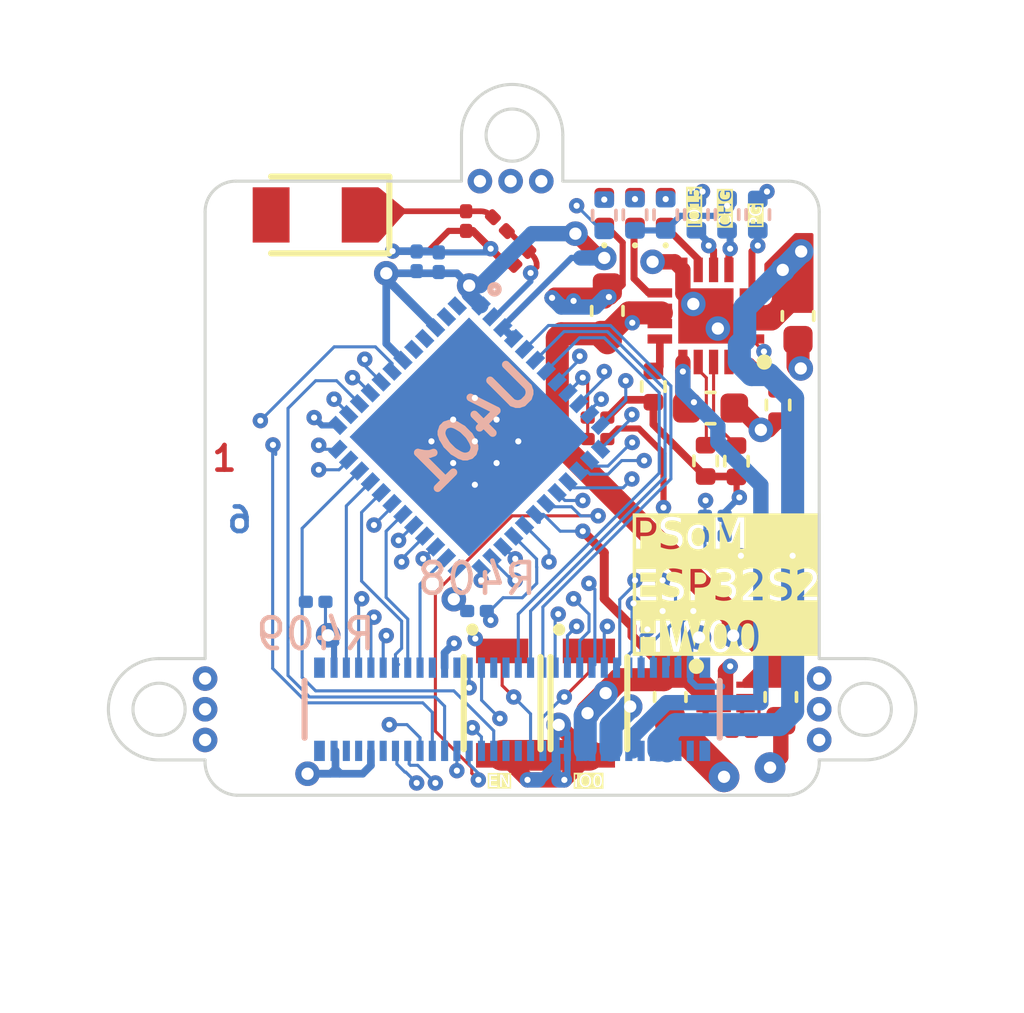
<source format=kicad_pcb>
(kicad_pcb (version 20240108) (generator "pcbnew") (generator_version "8.0")
  (layers (0 "F.Cu" signal) (1 "In1.Cu" power) (2 "In2.Cu" mixed) (3 "In3.Cu" mixed) (4 "In4.Cu" power) (31 "B.Cu" signal) (34 "B.Paste" user) (35 "F.Paste" user) (36 "B.SilkS" user "B.Silkscreen") (37 "F.SilkS" user "F.Silkscreen") (38 "B.Mask" user) (39 "F.Mask" user) (44 "Edge.Cuts" user))
  (net 0 "")
  (net 1 "/400_ESP32/ANT")
  (net 2 "/VBAT")
  (net 3 "GND")
  (net 4 "VBUS")
  (net 5 "/VSYS")
  (net 6 "+3V3")
  (net 7 "/400_ESP32/LAN_IN")
  (net 8 "IO25")
  (net 10 "SPI6")
  (net 11 "/100_Connectors/EN")
  (net 12 "/200_1S_Charger/BQ_PGOOD")
  (net 13 "/200_1S_Charger/LED_PG")
  (net 14 "/200_1S_Charger/BQ_CHG")
  (net 15 "/200_1S_Charger/LED_CHG")
  (net 16 "/400_ESP32/LED_NET")
  (net 17 "IO26")
  (net 20 "IO19")
  (net 21 "/100_Connectors/RX0")
  (net 22 "IO0")
  (net 23 "/100_Connectors/TX0")
  (net 24 "IO32")
  (net 25 "SPI0")
  (net 26 "IO2")
  (net 27 "SPI1")
  (net 28 "IO27")
  (net 29 "SPI2")
  (net 30 "IO4")
  (net 31 "SPI3")
  (net 32 "IO5")
  (net 33 "SPI4")
  (net 35 "SPI5")
  (net 36 "IO23")
  (net 39 "/100_Connectors/BATTERY_TEMP")
  (net 40 "IO9")
  (net 41 "IO22")
  (net 43 "IO34")
  (net 44 "IO12")
  (net 45 "IO35")
  (net 46 "IO13")
  (net 47 "IO36")
  (net 48 "IO14")
  (net 49 "IO37")
  (net 50 "IO15")
  (net 51 "IO38")
  (net 53 "IO39")
  (net 54 "unconnected-(J101-Pad33)")
  (net 56 "IO18")
  (net 58 "IO21")
  (net 60 "IO33")
  (net 61 "/200_1S_Charger/SYSOFF")
  (net 62 "/200_1S_Charger/TMR")
  (net 63 "/200_1S_Charger/ISET")
  (net 64 "/200_1S_Charger/ILIM")
  (net 65 "/200_1S_Charger/BQ_CE")
  (net 66 "/300_Power/PRIM_LDO_EN")
  (net 70 "/200_1S_Charger/EN1")
  (net 71 "/200_1S_Charger/EN2")
  (footprint "Capacitor_SMD:C_0201_0603Metric" (layer "F.Cu") (at 138.78 96.7)
    (property "Reference" "C405" (hide yes))
    (property "Value" "100n")
  )
  (footprint "Resistor_SMD:R_0402_1005Metric" (layer "F.Cu") (at 143.305785 98.121692 -90)
    (property "Reference" "R201" (hide yes))
    (property "Value" "0")
  )
  (footprint "Capacitor_SMD:C_0603_1608Metric" (layer "F.Cu") (at 141.15 105.8 -90)
    (property "Reference" "C302" (hide yes))
    (property "Value" "2u2")
  )
  (footprint "Component_lib:QFN50P300X300X100-17N-D" (layer "F.Cu") (at 142.31 93.39 180)
    (property "Reference" "U201" (hide yes))
    (property "Value" "BQ24075RGTR" (hide yes))
  )
  (footprint "Capacitor_SMD:C_0603_1608Metric" (layer "F.Cu") (at 145.31 93.39 -90)
    (property "Reference" "C201" (hide yes))
    (property "Value" "4u7")
  )
  (footprint "Capacitor_SMD:C_0603_1608Metric" (layer "F.Cu") (at 142.46 96.39)
    (property "Reference" "C202" (hide yes))
    (property "Value" "1u")
  )
  (footprint "Component_lib:SON40P120X120X60-7N-D" (layer "F.Cu") (at 142.95 105.8)
    (property "Reference" "U301" (hide yes))
    (property "Value" "MIC5528-3.3YMT-T5" (hide yes))
  )
  (footprint "Resistor_SMD:R_0402_1005Metric" (layer "F.Cu") (at 140.6 95.69 90)
    (property "Reference" "R204" (hide yes))
    (property "Value" "1k1")
  )
  (footprint "Inductor_SMD:L_0201_0603Metric" (layer "F.Cu") (at 135.6 90.4 -45)
    (property "Reference" "L401" (hide yes))
    (property "Value" "L")
  )
  (footprint "LED_SMD:LED_0402_1005Metric" (layer "F.Cu") (at 139 90 90)
    (property "Reference" "D401" (hide yes))
    (property "Value" "LED")
  )
  (footprint "LED_SMD:LED_0402_1005Metric" (layer "F.Cu") (at 141 90 90)
    (property "Reference" "D201" (hide yes))
    (property "Value" "LED")
  )
  (footprint "Capacitor_SMD:C_0603_1608Metric" (layer "F.Cu") (at 144.749999 105.8 -90)
    (property "Reference" "C301" (hide yes))
    (property "Value" "2u2")
  )
  (footprint "Capacitor_SMD:C_0201_0603Metric" (layer "F.Cu") (at 134.5 90.3 -90)
    (property "Reference" "C403" (hide yes))
    (property "Value" "C")
  )
  (footprint "Capacitor_SMD:C_0201_0603Metric" (layer "F.Cu") (at 136.3 91.5 -135)
    (property "Reference" "C404" (hide yes))
    (property "Value" "C")
  )
  (footprint "Resistor_SMD:R_0201_0603Metric" (layer "F.Cu") (at 143.477207 106.931371 180)
    (property "Reference" "R301" (hide yes))
    (property "Value" "0k")
  )
  (footprint "Component_lib:B3U-1000P" (layer "F.Cu") (at 135.674711 106 90)
    (property "Reference" "SW402" (hide yes))
    (property "Value" "SW_Push" (hide yes))
  )
  (footprint "Component_lib:B3U-1000P" (layer "F.Cu") (at 138.5 106 90)
    (property "Reference" "SW401" (hide yes))
    (property "Value" "SW_Push" (hide yes))
  )
  (footprint "LED_SMD:LED_0402_1005Metric" (layer "F.Cu") (at 140 90 90)
    (property "Reference" "D202" (hide yes))
    (property "Value" "LED")
  )
  (footprint "Resistor_SMD:R_0201_0603Metric" (layer "F.Cu") (at 138.78 97.4 180)
    (property "Reference" "R402" (hide yes))
    (property "Value" "10k")
  )
  (footprint "Component_lib:ANTC3216X140N" (layer "F.Cu") (at 129.6 90.1 180)
    (property "Reference" "ANT401" (hide yes))
    (property "Value" "2450AT18A100E" (hide yes))
  )
  (footprint "Resistor_SMD:R_0402_1005Metric" (layer "F.Cu") (at 142.3 98.11 -90)
    (property "Reference" "R202" (hide yes))
    (property "Value" "36k5")
  )
  (footprint "Capacitor_SMD:C_0603_1608Metric" (layer "F.Cu") (at 139.1 93.225 90)
    (property "Reference" "C203" (hide yes))
    (property "Value" "4u7")
  )
  (footprint "Resistor_SMD:R_0402_1005Metric" (layer "F.Cu") (at 144.66 96.29 -90)
    (property "Reference" "R203" (hide yes))
    (property "Value" "590")
  )
  (footprint "Resistor_SMD:R_0402_1005Metric" (layer "B.Cu") (at 144 90.09 90)
    (property "Reference" "R207" (hide yes))
    (property "Value" "100k")
  )
  (footprint "Resistor_SMD:R_0402_1005Metric" (layer "B.Cu") (at 141 90.094999 90)
    (property "Reference" "R205" (hide yes))
    (property "Value" "1k5")
  )
  (footprint "Capacitor_SMD:C_0201_0603Metric" (layer "B.Cu") (at 132.89 91.61 90)
    (property "Reference" "C402" (hide yes))
    (property "Value" "100n")
  )
  (footprint "Capacitor_SMD:C_0201_0603Metric" (layer "B.Cu") (at 142.6 99.9)
    (property "Reference" "C101" (hide yes))
    (property "Value" "100n")
  )
  (footprint "Resistor_SMD:R_0402_1005Metric" (layer "B.Cu") (at 140 90.094999 90)
    (property "Reference" "R206" (hide yes))
    (property "Value" "1k5")
  )
  (footprint "Resistor_SMD:R_0201_0603Metric" (layer "B.Cu") (at 142.6 100.55)
    (property "Reference" "R104" (hide yes))
    (property "Value" "470k")
  )
  (footprint "Capacitor_SMD:C_0201_0603Metric" (layer "B.Cu") (at 133.61 91.64 90)
    (property "Reference" "C401" (hide yes))
    (property "Value" "10u")
  )
  (footprint "Resistor_SMD:R_0402_1005Metric" (layer "B.Cu") (at 143 90.09 90)
    (property "Reference" "R2" (hide yes))
    (property "Value" "R")
  )
  (footprint "Resistor_SMD:R_0201_0603Metric" (layer "B.Cu") (at 129.6 102.7)
    (property "Reference" "R409")
    (property "Value" "nu")
  )
  (footprint "Resistor_SMD:R_0201_0603Metric" (layer "B.Cu") (at 142.6 101.2 180)
    (property "Reference" "R103" (hide yes))
    (property "Value" "220k")
  )
  (footprint "Resistor_SMD:R_0201_0603Metric" (layer "B.Cu") (at 134.855 103 180)
    (property "Reference" "R408")
    (property "Value" "nu")
  )
  (footprint "Resistor_SMD:R_0402_1005Metric" (layer "B.Cu") (at 139 90.11 90)
    (property "Reference" "R401" (hide yes))
    (property "Value" "2k")
  )
  (footprint "Component_lib:DF40C-60DP-0.4V(51)" (layer "B.Cu") (at 136 106.2 180)
    (property "Reference" "J101" (hide yes))
    (property "Value" "DF40C-60DP-0.4V(51)" (hide yes))
  )
  (footprint "Components_NdG:ESP32-PICO-D4_1" (layer "B.Cu") (at 134.6 97.343324 -135)
    (property "Reference" "U401")
    (property "Value" "ESP32-PICO-D4" (hide yes))
  )
  (footprint "Resistor_SMD:R_0402_1005Metric" (layer "B.Cu") (at 142 90.09 90)
    (property "Reference" "R1" (hide yes))
    (property "Value" "R")
  )
  (gr_line (start 145 89) (end 137.65 89) (stroke (width 0.1)) (layer "Edge.Cuts"))
  (gr_line (start 124.5 104.55) (end 126 104.55) (stroke (width 0.1)) (layer "Edge.Cuts"))
  (gr_arc (start 145 89) (mid 145.707106 89.292893) (end 146 90) (stroke (width 0.1)) (layer "Edge.Cuts"))
  (gr_arc (start 134.35 87.5) (mid 136 85.85) (end 137.65 87.5) (stroke (width 0.1)) (layer "Edge.Cuts"))
  (gr_arc (start 124.5 107.85) (mid 122.85 106.2) (end 124.5 104.55) (stroke (width 0.1)) (layer "Edge.Cuts"))
  (gr_arc (start 146 107.85) (mid 145.738173 108.632107) (end 145 109) (stroke (width 0.1)) (layer "Edge.Cuts"))
  (gr_circle (center 124.5 106.2) (end 125.35 106.2) (stroke (width 0.1)) (fill none) (layer "Edge.Cuts"))
  (gr_line (start 147.5 104.55) (end 146 104.55) (stroke (width 0.1)) (layer "Edge.Cuts"))
  (gr_line (start 134.35 89) (end 127 89) (stroke (width 0.1)) (layer "Edge.Cuts"))
  (gr_circle (center 147.5 106.2) (end 148.35 106.2) (stroke (width 0.1)) (fill none) (layer "Edge.Cuts"))
  (gr_line (start 146 90) (end 146 104.55) (stroke (width 0.1)) (layer "Edge.Cuts"))
  (gr_line (start 126 104.55) (end 126 90) (stroke (width 0.1)) (layer "Edge.Cuts"))
  (gr_line (start 134.35 87.5) (end 134.35 89) (stroke (width 0.1)) (layer "Edge.Cuts"))
  (gr_line (start 146 107.85) (end 147.5 107.85) (stroke (width 0.1)) (layer "Edge.Cuts"))
  (gr_circle (center 136 87.5) (end 136.85 87.5) (stroke (width 0.1)) (fill none) (layer "Edge.Cuts"))
  (gr_arc (start 127.026853 109) (mid 126.275244 108.637676) (end 126 107.85) (stroke (width 0.1)) (layer "Edge.Cuts"))
  (gr_line (start 145 109) (end 127.026853 109) (stroke (width 0.1)) (layer "Edge.Cuts"))
  (gr_line (start 137.65 87.5) (end 137.65 89) (stroke (width 0.1)) (layer "Edge.Cuts"))
  (gr_arc (start 126 90) (mid 126.292893 89.292894) (end 127 89) (stroke (width 0.1)) (layer "Edge.Cuts"))
  (gr_line (start 124.5 107.85) (end 126 107.85) (stroke (width 0.1)) (layer "Edge.Cuts"))
  (gr_arc (start 147.5 104.55) (mid 149.15 106.2) (end 147.5 107.85) (stroke (width 0.1)) (layer "Edge.Cuts"))
  (gr_text "1" (at 126.15 98.5 0) (layer "F.Cu") (effects (font (size 0.8 0.8) (thickness 0.15) (bold yes)) (justify left bottom)))
  (gr_text "6" (at 127.6 100.5 0) (layer "B.Cu") (effects (font (size 0.8 0.8) (thickness 0.15) (bold yes)) (justify left bottom mirror)))
  (gr_text "EN" (at 135.2 108.8 0) (layer "F.SilkS" knockout) (effects (font (size 0.4 0.4) (thickness 0.1)) (justify left bottom)))
  (gr_text "IO0" (at 138 108.8 0) (layer "F.SilkS" knockout) (effects (font (size 0.4 0.4) (thickness 0.1)) (justify left bottom)))
  (gr_text "CHG" (at 143.2 90.5 90) (layer "F.SilkS" knockout) (effects (font (size 0.4 0.4) (thickness 0.1)) (justify left bottom)))
  (gr_text "IO15" (at 142.2 90.5 90) (layer "F.SilkS" knockout) (effects (font (size 0.4 0.4) (thickness 0.1)) (justify left bottom)))
  (gr_text "PSoM\nESP32S2\nHW00" (at 139.9 104.5 0) (layer "F.SilkS" knockout) (effects (font (size 1 1)) (justify left bottom)))
  (gr_text "PG " (at 144.2 90.5 90) (layer "F.SilkS" knockout) (effects (font (size 0.4 0.4) (thickness 0.1)) (justify left bottom)))
  (segment (start 131.17 89.98) (end 131.05 90.1) (width 0.185) (layer "F.Cu") (net 1))
  (segment (start 134.5 89.98) (end 131.17 89.98) (width 0.185) (layer "F.Cu") (net 1))
  (segment (start 135.326447 90.126447) (end 135.373726 90.173726) (width 0.185) (layer "F.Cu") (net 1))
  (segment (start 134.5 89.98) (end 134.972893 89.98) (width 0.185) (layer "F.Cu") (net 1))
  (arc (start 135.326447 90.126447) (mid 135.164235 90.01806) (end 134.972893 89.98) (width 0.185) (layer "F.Cu") (net 1))
  (segment (start 145.31 92.615) (end 144.435 93.49) (width 0.75) (layer "F.Cu") (net 2))
  (segment (start 144.435 93.49) (end 143.86 93.49) (width 0.75) (layer "F.Cu") (net 2))
  (segment (start 143.45 101.2) (end 145.135 101.2) (width 0.1) (layer "F.Cu") (net 2))
  (via (at 145.135 101.2) (size 0.5) (drill 0.2) (layers "F.Cu" "B.Cu") (net 2))
  (via (at 144.813147 91.89) (size 0.8) (drill 0.4) (layers "F.Cu" "B.Cu") (net 2))
  (via (at 143.45 101.2) (size 0.5) (drill 0.2) (layers "F.Cu" "B.Cu") (net 2))
  (via (at 145.413147 91.29) (size 0.8) (drill 0.4) (layers "F.Cu" "B.Cu") (net 2))
  (segment (start 143.575 93.128147) (end 144.813147 91.89) (width 0.75) (layer "B.Cu") (net 2))
  (segment (start 145.413147 91.29) (end 144.813147 91.89) (width 0.75) (layer "B.Cu") (net 2))
  (segment (start 145.135 106.265) (end 145.135 101.2) (width 0.75) (layer "B.Cu") (net 2))
  (segment (start 141.326853 106.7) (end 141.046853 106.98) (width 0.75) (layer "B.Cu") (net 2))
  (segment (start 145.135 101.2) (end 145.135 96.072437) (width 0.75) (layer "B.Cu") (net 2))
  (segment (start 143.4 94.9) (end 143.4 94.324695) (width 0.75) (layer "B.Cu") (net 2))
  (segment (start 144.7 106.7) (end 145.135 106.265) (width 0.75) (layer "B.Cu") (net 2))
  (segment (start 145.135 96.072437) (end 144.362563 95.3) (width 0.75) (layer "B.Cu") (net 2))
  (segment (start 142.92 101.2) (end 143.45 101.2) (width 0.1) (layer "B.Cu") (net 2))
  (segment (start 141.046853 107.555) (end 141.046853 106.98) (width 0.75) (layer "B.Cu") (net 2))
  (segment (start 140.78 107.246853) (end 140.78 107.53) (width 0.75) (layer "B.Cu") (net 2))
  (segment (start 143.575 94.149695) (end 143.575 93.128147) (width 0.75) (layer "B.Cu") (net 2))
  (segment (start 141.326853 106.7) (end 144.7 106.7) (width 0.75) (layer "B.Cu") (net 2))
  (segment (start 145.135 91.568147) (end 145.413147 91.29) (width 0.75) (layer "B.Cu") (net 2))
  (segment (start 143.8 95.3) (end 143.4 94.9) (width 0.75) (layer "B.Cu") (net 2))
  (segment (start 143.4 94.324695) (end 143.575 94.149695) (width 0.75) (layer "B.Cu") (net 2))
  (segment (start 141.046853 106.98) (end 140.78 107.246853) (width 0.75) (layer "B.Cu") (net 2))
  (segment (start 144.362563 95.3) (end 143.8 95.3) (width 0.75) (layer "B.Cu") (net 2))
  (segment (start 136.073726 91.726274) (end 135.826274 91.726274) (width 0.25) (layer "F.Cu") (net 3))
  (segment (start 140.6 96.92) (end 140.6 96.2) (width 0.25) (layer "F.Cu") (net 3))
  (segment (start 134.5 90.62) (end 134.72 90.62) (width 0.25) (layer "F.Cu") (net 3))
  (segment (start 142.3 106.2) (end 142.8 106.2) (width 0.2) (layer "F.Cu") (net 3))
  (segment (start 138.5 107.7) (end 138.5 107.56286) (width 0.2) (layer "F.Cu") (net 3))
  (segment (start 139.6 92.375) (end 139.26 92.715) (width 0.2) (layer "F.Cu") (net 3))
  (segment (start 136.5 108.5) (end 137.7 108.5) (width 0.5) (layer "F.Cu") (net 3))
  (segment (start 141.56 91.89) (end 141.56 92.66) (width 0.5) (layer "F.Cu") (net 3))
  (segment (start 139.085 90.485) (end 139.6 91) (width 0.2) (layer "F.Cu") (net 3))
  (segment (start 142.95 104.95) (end 143.1 104.8) (width 0.5) (layer "F.Cu") (net 3))
  (segment (start 139.150469 92.773439) (end 139.201561 92.773439) (width 0.5) (layer "F.Cu") (net 3))
  (segment (start 134.5 90.62) (end 133.93 90.62) (width 0.2) (layer "F.Cu") (net 3))
  (segment (start 142.3 98.62) (end 143.294093 98.62) (width 0.25) (layer "F.Cu") (net 3))
  (segment (start 135.674711 107.7) (end 138.5 107.7) (width 1) (layer "F.Cu") (net 3))
  (segment (start 142.045 107.545) (end 142.9 108.4) (width 1) (layer "F.Cu") (net 3))
  (segment (start 137.5155 106.7155) (end 138.5 107.7) (width 0.5) (layer "F.Cu") (net 3))
  (segment (start 137.4 92.9) (end 138 92.9) (width 0.5) (layer "F.Cu") (net 3))
  (segment (start 142.95 105.8) (end 142.95 104.95) (width 0.5) (layer "F.Cu") (net 3))
  (segment (start 144.749999 107.750001) (end 144.4 108.1) (width 0.5) (layer "F.Cu") (net 3))
  (segment (start 144.749999 106.575) (end 144.749999 107.750001) (width 0.5) (layer "F.Cu") (net 3))
  (segment (start 141.15 106.65) (end 141.86 107.36) (width 1) (layer "F.Cu") (net 3))
  (segment (start 139.150469 92.773439) (end 139.023908 92.9) (width 0.5) (layer "F.Cu") (net 3))
  (segment (start 142.3 98.62) (end 140.6 96.92) (width 0.25) (layer "F.Cu") (net 3))
  (segment (start 134.72 90.62) (end 135.3 91.2) (width 0.25) (layer "F.Cu") (net 3))
  (segment (start 137.3 92.8) (end 137.385 92.715) (width 0.5) (layer "F.Cu") (net 3))
  (segment (start 140.521 96.121) (end 140.6 96.2) (width 0.25) (layer "F.Cu") (net 3))
  (segment (start 138.5 107.56286) (end 137.635463 106.698323) (width 0.2) (layer "F.Cu") (net 3))
  (segment (start 143.294093 98.62) (end 143.305785 98.631692) (width 0.25) (layer "F.Cu") (net 3))
  (segment (start 139.201561 92.773439) (end 139.26 92.715) (width 0.5) (layer "F.Cu") (net 3))
  (segment (start 144.36 97.1) (end 144.66 96.8) (width 0.5) (layer "F.Cu") (net 3))
  (segment (start 142.95 106.05) (end 142.95 105.8) (width 0.2) (layer "F.Cu") (net 3))
  (segment (start 139.1 96.7) (end 139.679 96.121) (width 0.25) (layer "F.Cu") (net 3))
  (segment (start 141.86 107.36) (end 142.045 107.545) (width 1) (layer "F.Cu") (net 3))
  (segment (start 135.7 107.7) (end 136.5 108.5) (width 0.5) (layer "F.Cu") (net 3))
  (segment (start 145.31 94.165) (end 145.31 95.01) (width 0.75) (layer "F.Cu") (net 3))
  (segment (start 141.15 106.575) (end 141.15 106.65) (width 1) (layer "F.Cu") (net 3))
  (segment (start 141.296739 91.626739) (end 141.56 91.89) (width 0.5) (layer "F.Cu") (net 3))
  (segment (start 135.826274 91.726274) (end 135.3 91.2) (width 0.25) (layer "F.Cu") (net 3))
  (segment (start 143.235 96.39) (end 143.39 96.39) (width 0.5) (layer "F.Cu") (net 3))
  (segment (start 143.31 99.21) (end 143.4 99.3) (width 0.2) (layer "F.Cu") (net 3))
  (segment (start 133.270665 91.279335) (end 132.105904 91.279335) (width 0.2) (layer "F.Cu") (net 3))
  (segment (start 140.6 96.471343) (end 140.6 96.2) (width 0.1) (layer "F.Cu") (net 3))
  (segment (start 143.39 96.39) (end 144.1 97.1) (width 0.5) (layer "F.Cu") (net 3))
  (segment (start 137.3 92.8) (end 137.4 92.9) (width 0.5) (layer "F.Cu") (net 3))
  (segment (start 140.573261 91.626739) (end 141.296739 91.626739) (width 0.5) (layer "F.Cu") (net 3))
  (segment (start 133.93 90.62) (end 133.270665 91.279335) (width 0.2) (layer "F.Cu") (net 3))
  (segment (start 139.679 96.121) (end 140.521 96.121) (width 0.25) (layer "F.Cu") (net 3))
  (segment (start 142.8 106.2) (end 142.95 106.05) (width 0.2) (layer "F.Cu") (net 3))
  (segment (start 142.055 107.545) (end 142.045 107.545) (width 0.2) (layer "F.Cu") (net 3))
  (segment (start 139 90.485) (end 139.085 90.485) (width 0.2) (layer "F.Cu") (net 3))
  (segment (start 139.023908 92.9) (end 138 92.9) (width 0.5) (layer "F.Cu") (net 3))
  (segment (start 142.3 106.2) (end 142.3 106.92) (width 0.2) (layer "F.Cu") (net 3))
  (segment (start 139.6 91) (end 139.6 92.375) (width 0.2) (layer "F.Cu") (net 3))
  (segment (start 143.309999 98.9) (end 143.31 98.900001) (width 0.2) (layer "F.Cu") (net 3))
  (segment (start 144.1 97.1) (end 144.36 97.1) (width 0.5) (layer "F.Cu") (net 3))
  (segment (start 135.674711 107.7) (end 135.7 107.7) (width 0.5) (layer "F.Cu") (net 3))
  (segment (start 138.5 107.7) (end 137.7 108.5) (width 0.5) (layer "F.Cu") (net 3))
  (segment (start 137.385 92.715) (end 139.26 92.715) (width 0.5) (layer "F.Cu") (net 3))
  (segment (start 137.5155 106.708323) (end 137.5155 106.7155) (width 0.5) (layer "F.Cu") (net 3))
  (segment (start 141.56 92.66) (end 141.9 93) (width 0.5) (layer "F.Cu") (net 3))
  (segment (start 145.31 95.01) (end 145.4 95.1) (width 0.75) (layer "F.Cu") (net 3))
  (segment (start 143.31 98.900001) (end 143.31 99.21) (width 0.2) (layer "F.Cu") (net 3))
  (segment (start 142.3 106.92) (end 141.86 107.36) (width 0.2) (layer "F.Cu") (net 3))
  (via (at 134.11 104.05) (size 0.5) (drill 0.2) (layers "F.Cu" "B.Cu") (net 3))
  (via (at 146 107.2) (size 0.8) (drill 0.4) (layers "F.Cu" "B.Cu") (net 3))
  (via (at 135.3 91.2) (size 0.5) (drill 0.2) (layers "F.Cu" "B.Cu") (net 3))
  (via (at 146 105.2) (size 0.8) (drill 0.4) (layers "F.Cu" "B.Cu") (net 3))
  (via (at 144.3 89.3395) (size 0.5) (drill 0.2) (layers "F.Cu" "B.Cu") (net 3))
  (via (at 134.95 89) (size 0.8) (drill 0.4) (layers "F.Cu" "B.Cu") (net 3))
  (via (at 134.785786 98.88769) (size 0.5) (drill 0.2) (layers "F.Cu" "B.Cu") (net 3))
  (via (at 136.2 97.473476) (size 0.5) (drill 0.2) (layers "F.Cu" "B.Cu") (net 3))
  (via (at 134.785786 96.059263) (size 0.5) (drill 0.2) (layers "F.Cu" "B.Cu") (net 3))
  (via (at 134.07868 98.180583) (size 0.5) (drill 0.2) (layers "F.Cu" "B.Cu") (net 3))
  (via (at 130.007353 103.79) (size 0.8) (drill 0.4) (layers "F.Cu" "B.Cu") (net 3))
  (via (at 132.105904 91.279335) (size 0.5) (drill 0.2) (layers "F.Cu" "B.Cu") (net 3))
  (via (at 137.3 92.8) (size 0.5) (drill 0.2) (layers "F.Cu" "B.Cu") (net 3))
  (via (at 145.4 95.1) (size 0.8) (drill 0.4) (layers "F.Cu" "B.Cu") (net 3))
  (via (at 137.7 108.5) (size 0.5) (drill 0.2) (layers "F.Cu" "B.Cu") (net 3))
  (via (at 135.492893 96.76637) (size 0.5) (drill 0.2) (layers "F.Cu" "B.Cu") (net 3))
  (via (at 146 106.2) (size 0.8) (drill 0.4) (layers "F.Cu" "B.Cu") (net 3))
  (via (at 134.1 102.614828) (size 0.8) (drill 0.4) (layers "F.Cu" "B.Cu") (net 3))
  (via (at 133.371573 97.473476) (size 0.5) (drill 0.2) (layers "F.Cu" "B.Cu") (net 3))
  (via (at 126 105.2) (size 0.8) (drill 0.4) (layers "F.Cu" "B.Cu") (net 3))
  (via (at 134.785786 97.473476) (size 0.5) (drill 0.2) (layers "F.Cu" "B.Cu") (net 3))
  (via (at 137.5155 106.708323) (size 0.8) (drill 0.4) (layers "F.Cu" "B.Cu") (net 3))
  (via (at 142.086353 103.86) (size 0.8) (drill 0.4) (layers "F.Cu" "B.Cu") (net 3))
  (via (at 144.1 97.1) (size 0.8) (drill 0.4) (layers "F.Cu" "B.Cu") (net 3))
  (via (at 126 106.200001) (size 0.8) (drill 0.4) (layers "F.Cu" "B.Cu") (net 3))
  (via (at 143.1 104.8) (size 0.5) (drill 0.2) (layers "F.Cu" "B.Cu") (net 3))
  (via (at 129.336223 108.299347) (size 0.8) (drill 0.4) (layers "F.Cu" "B.Cu") (net 3))
  (via (at 126 107.2) (size 0.8) (drill 0.4) (layers "F.Cu" "B.Cu") (net 3))
  (via (at 144.4 108.1) (size 1) (drill 0.4) (layers "F.Cu" "B.Cu") (net 3))
  (via (at 142.2 89.3395) (size 0.5) (drill 0.2) (layers "F.Cu" "B.Cu") (net 3))
  (via (at 142.7 93.8) (size 0.8) (drill 0.4) (layers "F.Cu" "B.Cu") (net 3))
  (via (at 136.5 108.5) (size 0.5) (drill 0.2) (layers "F.Cu" "B.Cu") (net 3))
  (via (at 141.9 93) (size 0.8) (drill 0.4) (layers "F.Cu" "B.Cu") (net 3))
  (via (at 139.150469 92.773439) (size 0.5) (drill 0.2) (layers "F.Cu" "B.Cu") (net 3))
  (via (at 136.95 89) (size 0.8) (drill 0.4) (layers "F.Cu" "B.Cu") (net 3))
  (via (at 135.95 89) (size 0.8) (drill 0.4) (layers "F.Cu" "B.Cu") (net 3))
  (via (at 142.9 108.4) (size 1) (drill 0.4) (layers "F.Cu" "B.Cu") (net 3))
  (via (at 135.492893 98.180583) (size 0.5) (drill 0.2) (layers "F.Cu" "B.Cu") (net 3))
  (via (at 143.4 99.3) (size 0.5) (drill 0.2) (layers "F.Cu" "B.Cu") (net 3))
  (via (at 134.07868 96.76637) (size 0.5) (drill 0.2) (layers "F.Cu" "B.Cu") (net 3))
  (via (at 140.573261 91.626739) (size 0.8) (drill 0.4) (layers "F.Cu" "B.Cu") (net 3))
  (via (at 138 92.9) (size 0.5) (drill 0.2) (layers "F.Cu" "B.Cu") (net 3))
  (segment (start 130.2 103.982647) (end 130.007353 103.79) (width 0.2) (layer "B.Cu") (net 3))
  (segment (start 137.446853 108.246853) (end 137.7 108.5) (width 0.25) (layer "B.Cu") (net 3))
  (segment (start 133.569999 91.279999) (end 133.61 91.32) (width 0.2) (layer "B.Cu") (net 3))
  (segment (start 134.597818 100.511094) (end 134.138906 100.511094) (width 0.25) (layer "B.Cu") (net 3))
  (segment (start 134.11 104.05) (end 133.8 104.36) (width 0.25) (layer "B.Cu") (net 3))
  (segment (start 130.246853 104.0295) (end 130.007353 103.79) (width 0.25) (layer "B.Cu") (net 3))
  (segment (start 142.005 105.46) (end 142.84 105.46) (width 0.2) (layer "B.Cu") (net 3))
  (segment (start 141.8 105.255) (end 141.8 104.845) (width 0.2) (layer "B.Cu") (net 3))
  (segment (start 130.38 108.268147) (end 130.38 108.299347) (width 0.25) (layer "B.Cu") (net 3))
  (segment (start 130.38 108.299347) (end 131.130653 108.299347) (width 0.25) (layer "B.Cu") (net 3))
  (segment (start 141.8 105.255) (end 142.005 105.46) (width 0.2) (layer "B.Cu") (net 3))
  (segment (start 131.130653 108.299347) (end 131.4 108.03) (width 0.25) (layer "B.Cu") (net 3))
  (segment (start 133.25 91.279999) (end 132.106568 91.279999) (width 0.25) (layer "B.Cu") (net 3))
  (segment (start 133.25 91.279999) (end 133.569999 91.279999) (width 0.2) (layer "B.Cu") (net 3))
  (segment (start 139.024485 92.773439) (end 139.150469 92.773439) (width 0.5) (layer "B.Cu") (net 3))
  (segment (start 137.8 107.555) (end 137.8 106.992823) (width 0.2) (layer "B.Cu") (net 3))
  (segment (start 136.846853 108.5) (end 136.5 108.5) (width 0.5) (layer "B.Cu") (net 3))
  (segment (start 133.61 91.32) (end 135.18 91.32) (width 0.2) (layer "B.Cu") (net 3))
  (segment (start 130.246853 108.135) (end 130.38 108.268147) (width 0.25) (layer "B.Cu") (net 3))
  (segment (start 141.8 104.845) (end 141.8 104.146353) (width 0.2) (layer "B.Cu") (net 3))
  (segment (start 130.246853 107.555) (end 130.246853 108.135) (width 0.25) (layer "B.Cu") (net 3))
  (segment (start 136.976853 108.5) (end 136.5 108.5) (width 0.25) (layer "B.Cu") (net 3))
  (segment (start 138.698962 93.098962) (end 138.198962 93.098962) (width 0.25) (layer "B.Cu") (net 3))
  (segment (start 131.4 108.03) (end 131.4 107.555) (width 0.25) (layer "B.Cu") (net 3))
  (segment (start 132.106569 91.28) (end 132.105904 91.279335) (width 0.2) (layer "B.Cu") (net 3))
  (segment (start 137.446853 107.555) (end 137.446853 106.77697) (width 0.2) (layer "B.Cu") (net 3))
  (segment (start 130.246853 108.135) (end 130.082506 108.299347) (width 0.25) (layer "B.Cu") (net 3))
  (segment (start 142 89.5395) (end 142.2 89.3395) (width 0.25) (layer "B.Cu") (net 3))
  (segment (start 130.082506 108.299347) (end 129.336223 108.299347) (width 0.25) (layer "B.Cu") (net 3))
  (segment (start 137.8 107.555) (end 137.8 108.4) (width 0.2) (layer "B.Cu") (net 3))
  (segment (start 142 89.58) (end 142 89.5395) (width 0.25) (layer "B.Cu") (net 3))
  (segment (start 142.92 99.9) (end 142.92 99.78) (width 0.2) (layer "B.Cu") (net 3))
  (segment (start 137.8 107.555) (end 137.446853 107.555) (width 0.2) (layer "B.Cu") (net 3))
  (segment (start 133.8 104.36) (end 133.8 104.845) (width 0.25) (layer "B.Cu") (net 3))
  (segment (start 132.92 91.32) (end 132.89 91.29) (width 0.2) (layer "B.Cu") (net 3))
  (segment (start 137.3 92.8) (end 137.370425 92.870425) (width 0.5) (layer "B.Cu") (net 3))
  (segment (start 142.92 100.55) (end 142.92 99.9) (width 0.2) (layer "B.Cu") (net 3))
  (segment (start 137.446853 107.9) (end 136.846853 108.5) (width 0.2) (layer "B.Cu") (net 3))
  (segment (start 132.6 91.28) (end 133.249999 91.28) (width 0.2) (layer "B.Cu") (net 3))
  (segment (start 137.446853 107.555) (end 137.446853 108.03) (width 0.25) (layer "B.Cu") (net 3))
  (segment (start 135.18 91.32) (end 135.3 91.2) (width 0.2) (layer "B.Cu") (net 3))
  (segment (start 144 89.58) (end 144.0595 89.58) (width 0.25) (layer "B.Cu") (net 3))
  (segment (start 138.698962 93.098962) (end 139.024485 92.773439) (width 0.5) (layer "B.Cu") (net 3))
  (segment (start 138.698962 93.098962) (end 137.598962 93.098962) (width 0.5) (layer "B.Cu") (net 3))
  (segment (start 137.8 108.4) (end 137.7 108.5) (width 0.2) (layer "B.Cu") (net 3))
  (segment (start 137.7 108.5) (end 137.525853 108.5) (width 0.5) (layer "B.Cu") (net 3))
  (segment (start 137.446853 107.555) (end 137.446853 107.9) (width 0.2) (layer "B.Cu") (net 3))
  (segment (start 130.2 104.845) (end 130.2 103.982647) (width 0.2) (layer "B.Cu") (net 3))
  (segment (start 132.6 91.28) (end 132.106569 91.28) (width 0.2) (layer "B.Cu") (net 3))
  (segment (start 137.446853 108.03) (end 136.976853 108.5) (width 0.25) (layer "B.Cu") (net 3))
  (segment (start 130.246853 108.135) (end 130.231592 108.150261) (width 0.25) (layer "B.Cu") (net 3))
  (segment (start 129.92 102.7) (end 129.92 103.702647) (width 0.1) (layer "B.Cu") (net 3))
  (segment (start 132.106568 91.279999) (end 132.105904 91.279335) (width 0.25) (layer "B.Cu") (net 3))
  (segment (start 142.92 99.78) (end 143.4 99.3) (width 0.2) (layer "B.Cu") (net 3))
  (segment (start 138.198962 93.098962) (end 138 92.9) (width 0.25) (layer "B.Cu") (net 3))
  (segment (start 141.8 104.146353) (end 142.086353 103.86) (width 0.2) (layer "B.Cu") (net 3))
  (segment (start 137.598962 93.098962) (end 137.3 92.8) (width 0.5) (layer "B.Cu") (net 3))
  (segment (start 133.61 91.32) (end 132.92 91.32) (width 0.2) (layer "B.Cu") (net 3))
  (segment (start 129.92 103.702647) (end 130.007353 103.79) (width 0.1) (layer "B.Cu") (net 3))
  (segment (start 137.446853 106.77697) (end 137.5155 106.708323) (width 0.2) (layer "B.Cu") (net 3))
  (segment (start 137.8 106.992823) (end 137.5155 106.708323) (width 0.2) (layer "B.Cu") (net 3))
  (segment (start 144.0595 89.58) (end 144.3 89.3395) (width 0.25) (layer "B.Cu") (net 3))
  (segment (start 137.446853 107.555) (end 137.446853 108.246853) (width 0.25) (layer "B.Cu") (net 3))
  (segment (start 129.336223 108.299347) (end 130.38 108.299347) (width 0.25) (layer "B.Cu") (net 3))
  (segment (start 133.249999 91.28) (end 133.25 91.279999) (width 0.2) (layer "B.Cu") (net 3))
  (segment (start 141.56 95.2) (end 141.56 96.265) (width 0.5) (layer "F.Cu") (net 4))
  (segment (start 141.56 94.89) (end 141.56 95.2) (width 0.5) (layer "F.Cu") (net 4))
  (via (at 141.56 95.2) (size 0.5) (drill 0.2) (layers "F.Cu" "B.Cu") (net 4))
  (via (at 141.9205 96.2) (size 0.5) (drill 0.2) (layers "F.Cu" "B.Cu") (net 4))
  (segment (start 141.030691 105.985) (end 139.935 107.080691) (width 0.5) (layer "B.Cu") (net 4))
  (segment (start 141.56 95.7) (end 141.56 95.8395) (width 0.5) (layer "B.Cu") (net 4))
  (segment (start 141.9205 96.2) (end 142.7 96.9795) (width 0.5) (layer "B.Cu") (net 4))
  (segment (start 144.1 98.9) (end 144.1 105.985) (width 0.5) (layer "B.Cu") (net 4))
  (segment (start 141.56 95.8395) (end 141.9205 96.2) (width 0.5) (layer "B.Cu") (net 4))
  (segment (start 141.56 95.7) (end 141.56 95.2) (width 0.5) (layer "B.Cu") (net 4))
  (segment (start 142.7 97.5) (end 144.1 98.9) (width 0.5) (layer "B.Cu") (net 4))
  (segment (start 144.1 105.985) (end 141.030691 105.985) (width 0.5) (layer "B.Cu") (net 4))
  (segment (start 139.935 107.080691) (end 139.935 107.555) (width 0.5) (layer "B.Cu") (net 4))
  (segment (start 142.7 96.9795) (end 142.7 97.5) (width 0.5) (layer "B.Cu") (net 4))
  (segment (start 143.797207 106.931371) (end 144.039999 106.688579) (width 0.1) (layer "F.Cu") (net 5))
  (segment (start 143.2 103.2) (end 143.2 103.8) (width 0.75) (layer "F.Cu") (net 5))
  (segment (start 137.471 94.1) (end 137.6 93.971) (width 0.75) (layer "F.Cu") (net 5))
  (segment (start 144.039999 105.64201) (end 143.797989 105.4) (width 0.1) (layer "F.Cu") (net 5))
  (segment (start 138.806 93.971) (end 139.1 94.265) (width 0.75) (layer "F.Cu") (net 5))
  (segment (start 144.749999 104.749999) (end 144.749999 105.025) (width 0.75) (layer "F.Cu") (net 5))
  (segment (start 144.039999 106.688579) (end 144.039999 105.64201) (width 0.1) (layer "F.Cu") (net 5))
  (segment (start 139.81 93.29) (end 139.1 94) (width 0.75) (layer "F.Cu") (net 5))
  (segment (start 137.6 93.971) (end 138.806 93.971) (width 0.75) (layer "F.Cu") (net 5))
  (segment (start 140.86 93.29) (end 139.81 93.29) (width 0.75) (layer "F.Cu") (net 5))
  (segment (start 143.797989 105.4) (end 143.6 105.4) (width 0.1) (layer "F.Cu") (net 5))
  (segment (start 137.471 97.471) (end 137.471 94.1) (width 0.75) (layer "F.Cu") (net 5))
  (segment (start 143.2 103.2) (end 137.471 97.471) (width 0.75) (layer "F.Cu") (net 5))
  (segment (start 143.2 103.2) (end 144.749999 104.749999) (width 0.75) (layer "F.Cu") (net 5))
  (via (at 143.2 103.8) (size 0.8) (drill 0.4) (layers "F.Cu" "B.Cu") (net 5))
  (via (at 143 89.8) (size 0.5) (drill 0.2) (layers "F.Cu" "B.Cu") (net 5))
  (via (at 139.844773 106.110964) (size 0.8) (drill 0.4) (layers "F.Cu" "B.Cu") (net 5))
  (via (at 139.9125 93.6125) (size 0.5) (drill 0.2) (layers "F.Cu" "B.Cu") (net 5))
  (segment (start 141.474999 90.13) (end 142.67 90.13) (width 0.2) (layer "B.Cu") (net 5))
  (segment (start 139.22 106.735737) (end 139.844773 106.110964) (width 0.75) (layer "B.Cu") (net 5))
  (segment (start 139.22 107.53) (end 139.22 106.735737) (width 0.75) (layer "B.Cu") (net 5))
  (segment (start 140 90.604999) (end 141 90.604999) (width 0.2) (layer "B.Cu") (net 5))
  (segment (start 143 89.58) (end 143 89.8) (width 0.1) (layer "B.Cu") (net 5))
  (segment (start 142.67 90.13) (end 143 89.8) (width 0.2) (layer "B.Cu") (net 5))
  (segment (start 141 90.604999) (end 141.474999 90.13) (width 0.2) (layer "B.Cu") (net 5))
  (segment (start 140.939036 105.235964) (end 139.483043 105.235964) (width 0.75) (layer "F.Cu") (net 6))
  (segment (start 139.483043 105.235964) (end 139.044506 105.674501) (width 0.75) (layer "F.Cu") (net 6))
  (segment (start 138.454901 106.327346) (end 138.454901 106.264106) (width 0.75) (layer "F.Cu") (net 6))
  (segment (start 139.0005 102.6005) (end 139.9035 103.5035) (width 0.293) (layer "F.Cu") (net 6))
  (segment (start 139.0005 101.1005) (end 139.0005 102.6005) (width 0.293) (layer "F.Cu") (net 6))
  (segment (start 139 91.5) (end 138.85 91.5) (width 0.5) (layer "F.Cu") (net 6))
  (segment (start 140.93 97.86) (end 140.93 99.63) (width 0.2) (layer "F.Cu") (net 6))
  (segment (start 141.121186 105.025) (end 141.15 105.025) (width 0.293) (layer "F.Cu") (net 6))
  (segment (start 138.3 100.4) (end 139.0005 101.1005) (width 0.293) (layer "F.Cu") (net 6))
  (segment (start 138.454901 106.264106) (end 139.044506 105.674501) (width 0.75) (layer "F.Cu") (net 6))
  (segment (start 139.9035 103.807314) (end 141.121186 105.025) (width 0.293) (layer "F.Cu") (net 6))
  (segment (start 138.85 91.5) (end 138.06 90.71) (width 0.5) (layer "F.Cu") (net 6))
  (segment (start 141.15 105.025) (end 140.939036 105.235964) (width 0.75) (layer "F.Cu") (net 6))
  (segment (start 139.1 97.4) (end 139.444 97.056) (width 0.2) (layer "F.Cu") (net 6))
  (segment (start 140.126 97.056) (end 140.93 97.86) (width 0.2) (layer "F.Cu") (net 6))
  (segment (start 139.444 97.056) (end 140.126 97.056) (width 0.2) (layer "F.Cu") (net 6))
  (segment (start 139.9035 103.5035) (end 139.9035 103.807314) (width 0.293) (layer "F.Cu") (net 6))
  (via (at 138.454901 106.327346) (size 0.8) (drill 0.4) (layers "F.Cu" "B.Cu") (net 6))
  (via (at 129.55 96.7) (size 0.5) (drill 0.2) (layers "F.Cu" "B.Cu") (net 6))
  (via (at 134.6 92.4) (size 0.8) (drill 0.4) (layers "F.Cu" "B.Cu") (net 6))
  (via (at 138.3 100.4) (size 0.5) (drill 0.2) (layers "F.Cu" "B.Cu") (net 6))
  (via (at 139 91.5) (size 0.8) (drill 0.4) (layers "F.Cu" "B.Cu") (net 6))
  (via (at 139.044506 105.674501) (size 0.8) (drill 0.4) (layers "F.Cu" "B.Cu") (net 6))
  (via (at 140.93 99.63) (size 0.5) (drill 0.2) (layers "F.Cu" "B.Cu") (net 6))
  (via (at 131.9 92) (size 0.8) (drill 0.4) (layers "F.Cu" "B.Cu") (net 6))
  (via (at 138.06 90.71) (size 0.8) (drill 0.4) (layers "F.Cu" "B.Cu") (net 6))
  (segment (start 132.443324 94.833095) (end 131.9 94.289771) (width 0.25) (layer "B.Cu") (net 6))
  (segment (start 136.036776 93.959745) (end 136.057201 93.959745) (width 0.2) (layer "B.Cu") (net 6))
  (segment (start 136.644185 90.71) (end 134.954185 92.4) (width 0.5) (layer "B.Cu") (net 6))
  (segment (start 136.756676 99.853553) (end 137.018304 99.853553) (width 0.1) (layer "B.Cu") (net 6))
  (segment (start 138.38 106.402247) (end 138.38 107.51) (width 0.75) (layer "B.Cu") (net 6))
  (segment (start 129.804415 96.954415) (end 129.55 96.7) (width 0.2) (layer "B.Cu") (net 6))
  (segment (start 134.6 92.4) (end 134.6 92.676419) (width 0.5) (layer "B.Cu") (net 6))
  (segment (start 138.054453 90.715547) (end 138.06 90.71) (width 0.5) (layer "B.Cu") (net 6))
  (segment (start 134.2 92) (end 134.6 92.4) (width 0.25) (layer "B.Cu") (net 6))
  (segment (start 138.53 91.5) (end 138.231876 91.5) (width 0.5) (layer "B.Cu") (net 6))
  (segment (start 139.044506 105.723291) (end 138.447676 106.320121) (width 0.75) (layer "B.Cu") (net 6))
  (segment (start 137.564751 100.4) (end 138.3 100.4) (width 0.1) (layer "B.Cu") (net 6))
  (segment (start 131.98 91.92) (end 131.9 92) (width 0.25) (layer "B.Cu") (net 6))
  (segment (start 139.044506 105.674501) (end 139.044506 105.723291) (width 0.75) (layer "B.Cu") (net 6))
  (segment (start 134.6 92.676419) (end 134.978302 93.054721) (width 0.5) (layer "B.Cu") (net 6))
  (segment (start 137.018304 99.853553) (end 137.564751 100.4) (width 0.1) (layer "B.Cu") (net 6))
  (segment (start 131.9 92.168451) (end 131.9 92) (width 0.293) (layer "B.Cu") (net 6))
  (segment (start 137.930835 91.5) (end 138.53 91.5) (width 0.2) (layer "B.Cu") (net 6))
  (segment (start 131.9 94.289771) (end 131.9 92) (width 0.25) (layer "B.Cu") (net 6))
  (segment (start 138.454901 106.327346) (end 138.38 106.402247) (width 0.75) (layer "B.Cu") (net 6))
  (segment (start 131.9 92) (end 134.2 92) (width 0.25) (layer "B.Cu") (net 6))
  (segment (start 134.954185 92.4) (end 134.6 92.4) (width 0.5) (layer "B.Cu") (net 6))
  (segment (start 135.753933 93.676902) (end 137.930835 91.5) (width 0.2) (layer "B.Cu") (net 6))
  (segment (start 133.503984 93.772435) (end 131.9 92.168451) (width 0.293) (layer "B.Cu") (net 6))
  (segment (start 138.06 90.71) (end 136.644185 90.71) (width 0.5) (layer "B.Cu") (net 6))
  (segment (start 136.885304 100.115634) (end 136.885304 99.970153) (width 0.1) (layer "B.Cu") (net 6))
  (segment (start 139 91.5) (end 138.53 91.5) (width 0.5) (layer "B.Cu") (net 6))
  (segment (start 131.97 91.93) (end 131.9 92) (width 0.25) (layer "B.Cu") (net 6))
  (segment (start 130.322004 96.954415) (end 129.804415 96.954415) (width 0.2) (layer "B.Cu") (net 6))
  (segment (start 135.696016 93.772435) (end 136.049569 94.125988) (width 0.25) (layer "B.Cu") (net 6))
  (segment (start 136.798252 91.791748) (end 136.798252 91.688964) (width 0.185) (layer "F.Cu") (net 7))
  (segment (start 135.826274 90.626274) (end 135.878822 90.626274) (width 0.185) (layer "F.Cu") (net 7))
  (segment (start 136.6 91.99) (end 136.798252 91.791748) (width 0.185) (layer "F.Cu") (net 7))
  (segment (start 136.653553 91.401005) (end 136.526274 91.273726) (width 0.185) (layer "F.Cu") (net 7))
  (segment (start 135.878822 90.626274) (end 136.526274 91.273726) (width 0.185) (layer "F.Cu") (net 7))
  (via (at 136.6 91.99) (size 0.5) (drill 0.2) (layers "F.Cu" "B.Cu") (net 7))
  (arc (start 136.798252 91.688964) (mid 136.748447 91.533412) (end 136.653553 91.401005) (width 0.185) (layer "F.Cu") (net 7))
  (segment (start 136.6 91.99) (end 136.6 92.26515) (width 0.185) (layer "B.Cu") (net 7))
  (segment (start 136.6 92.26515) (end 135.47109 93.39406) (width 0.185) (layer "B.Cu") (net 7))
  (via (at 139.91 97.51) (size 0.5) (drill 0.2) (layers "F.Cu" "B.Cu") (net 8))
  (via (at 135.6 106.5) (size 0.5) (drill 0.2) (layers "F.Cu" "B.Cu") (net 8))
  (segment (start 135.004 104.849) (end 135.004 105.904) (width 0.1) (layer "B.Cu") (net 8))
  (segment (start 138.718898 98.280241) (end 138.524443 98.085786) (width 0.1) (layer "B.Cu") (net 8))
  (segment (start 139.91 97.51) (end 139.89 97.51) (width 0.1) (layer "B.Cu") (net 8))
  (segment (start 139.119759 98.280241) (end 138.718898 98.280241) (width 0.1) (layer "B.Cu") (net 8))
  (segment (start 139.89 97.51) (end 139.119759 98.280241) (width 0.1) (layer "B.Cu") (net 8))
  (segment (start 135 104.845) (end 135 104.566852) (width 0.1) (layer "B.Cu") (net 8))
  (segment (start 138.58236 98.273096) (end 138.58236 98.301157) (width 0.1) (layer "B.Cu") (net 8))
  (segment (start 135.004 105.904) (end 135.6 106.5) (width 0.1) (layer "B.Cu") (net 8))
  (segment (start 135 104.845) (end 135.004 104.849) (width 0.1) (layer "B.Cu") (net 8))
  (segment (start 133.857538 101.267767) (end 133 102.125305) (width 0.1) (layer "B.Cu") (net 10))
  (segment (start 133 102.125305) (end 133 104.845) (width 0.1) (layer "B.Cu") (net 10))
  (segment (start 138.459999 96.65) (end 138.459999 97.299999) (width 0.1) (layer "F.Cu") (net 11))
  (segment (start 138.459999 97.299999) (end 138.46 97.3) (width 0.1) (layer "F.Cu") (net 11))
  (segment (start 136.05 105.8) (end 135.674711 105.424711) (width 0.1) (layer "F.Cu") (net 11))
  (segment (start 135.2 104.3) (end 134.8 103.9) (width 0.1) (layer "F.Cu") (net 11))
  (segment (start 135.674711 105.424711) (end 135.674711 104.3) (width 0.1) (layer "F.Cu") (net 11))
  (segment (start 135.674711 104.3) (end 135.1 104.3) (width 0.1) (layer "F.Cu") (net 11))
  (segment (start 135.674711 104.3) (end 135.2 104.3) (width 0.1) (layer "F.Cu") (net 11))
  (segment (start 138.459999 96.65) (end 138.459999 95.559999) (width 0.1) (layer "F.Cu") (net 11))
  (segment (start 138.459999 95.559999) (end 138.3 95.4) (width 0.1) (layer "F.Cu") (net 11))
  (via (at 136.05 105.8) (size 0.5) (drill 0.2) (layers "F.Cu" "B.Cu") (net 11))
  (via (at 134.8 103.9) (size 0.5) (drill 0.2) (layers "F.Cu" "B.Cu") (net 11))
  (via (at 138.3 95.4) (size 0.5) (drill 0.2) (layers "F.Cu" "B.Cu") (net 11))
  (segment (start 137.817336 95.893755) (end 137.817336 95.882664) (width 0.1) (layer "B.Cu") (net 11))
  (segment (start 137.817336 95.882664) (end 138.3 95.4) (width 0.1) (layer "B.Cu") (net 11))
  (segment (start 136.6 106.35) (end 136.6 107.555) (width 0.1) (layer "B.Cu") (net 11))
  (segment (start 136.05 105.8) (end 136.6 106.35) (width 0.1) (layer "B.Cu") (net 11))
  (segment (start 141 90.485) (end 142.06 91.545) (width 0.228) (layer "F.Cu") (net 12))
  (segment (start 142.06 91.545) (end 142.06 91.89) (width 0.228) (layer "F.Cu") (net 12))
  (segment (start 141 89.515) (end 141 89.584999) (width 0.228) (layer "F.Cu") (net 13))
  (via (at 141 89.584999) (size 0.5) (drill 0.2) (layers "F.Cu" "B.Cu") (net 13))
  (segment (start 140 90.485) (end 139.969261 90.515739) (width 0.228) (layer "F.Cu") (net 14))
  (segment (start 139.969261 92.169261) (end 140.44 92.64) (width 0.228) (layer "F.Cu") (net 14))
  (segment (start 140.44 92.64) (end 140.81 92.64) (width 0.228) (layer "F.Cu") (net 14))
  (segment (start 139.969261 90.515739) (end 139.969261 92.169261) (width 0.228) (layer "F.Cu") (net 14))
  (segment (start 140 89.515) (end 140 89.584999) (width 0.228) (layer "F.Cu") (net 15))
  (via (at 140 89.584999) (size 0.5) (drill 0.2) (layers "F.Cu" "B.Cu") (net 15))
  (segment (start 139 89.515) (end 139 89.6) (width 0.228) (layer "F.Cu") (net 16))
  (via (at 139 89.6) (size 0.5) (drill 0.2) (layers "F.Cu" "B.Cu") (net 16))
  (via (at 140.3 98.1) (size 0.5) (drill 0.2) (layers "F.Cu" "B.Cu") (net 17))
  (via (at 134.6 105.5) (size 0.5) (drill 0.2) (layers "F.Cu" "B.Cu") (net 17))
  (segment (start 140.3 98.1) (end 139.5687 98.1) (width 0.1) (layer "B.Cu") (net 17))
  (segment (start 138.537163 98.543984) (end 138.432519 98.43934) (width 0.1) (layer "B.Cu") (net 17))
  (segment (start 134.6 104.845) (end 134.6 105.5) (width 0.1) (layer "B.Cu") (net 17))
  (segment (start 139.5687 98.1) (end 139.124716 98.543984) (width 0.1) (layer "B.Cu") (net 17))
  (segment (start 139.124716 98.543984) (end 138.537163 98.543984) (width 0.1) (layer "B.Cu") (net 17))
  (segment (start 138.432519 98.43934) (end 138.170889 98.43934) (width 0.1) (layer "B.Cu") (net 17))
  (via (at 130.2 96.1) (size 0.5) (drill 0.2) (layers "F.Cu" "B.Cu") (net 20))
  (via (at 140 102) (size 0.5) (drill 0.2) (layers "F.Cu" "B.Cu") (net 20))
  (segment (start 130.675557 96.600862) (end 130.675557 96.575557) (width 0.1) (layer "B.Cu") (net 20))
  (segment (start 139.504 104.741) (end 139.4 104.845) (width 0.1) (layer "B.Cu") (net 20))
  (segment (start 130.675557 96.575557) (end 130.2 96.1) (width 0.1) (layer "B.Cu") (net 20))
  (segment (start 140 102.128657) (end 139.504 102.624657) (width 0.1) (layer "B.Cu") (net 20))
  (segment (start 140 102) (end 140 102.128657) (width 0.1) (layer "B.Cu") (net 20))
  (segment (start 139.504 102.624657) (end 139.504 104.741) (width 0.1) (layer "B.Cu") (net 20))
  (via (at 133.5 108.6) (size 0.5) (drill 0.2) (layers "F.Cu" "B.Cu") (net 21))
  (via (at 131.2 94.8) (size 0.5) (drill 0.2) (layers "F.Cu" "B.Cu") (net 21))
  (segment (start 131.723425 95.373959) (end 131.723425 95.51538) (width 0.1) (layer "B.Cu") (net 21))
  (segment (start 132.646853 107.555) (end 132.646853 107.985) (width 0.1) (layer "B.Cu") (net 21))
  (segment (start 131.2 95.003984) (end 131.736218 95.540202) (width 0.1) (layer "B.Cu") (net 21))
  (segment (start 132.925 108.025) (end 133.5 108.6) (width 0.1) (layer "B.Cu") (net 21))
  (segment (start 131.2 94.8) (end 131.2 95.003984) (width 0.1) (layer "B.Cu") (net 21))
  (segment (start 132.646853 107.985) (end 132.686853 108.025) (width 0.1) (layer "B.Cu") (net 21))
  (segment (start 132.686853 108.025) (end 132.925 108.025) (width 0.1) (layer "B.Cu") (net 21))
  (segment (start 138.5 105) (end 138.5 104.3) (width 0.1) (layer "F.Cu") (net 22))
  (segment (start 137.7 105.8) (end 138.5 105) (width 0.1) (layer "F.Cu") (net 22))
  (via (at 136.1 102) (size 0.5) (drill 0.2) (layers "F.Cu" "B.Cu") (net 22))
  (via (at 137.7 105.8) (size 0.5) (drill 0.2) (layers "F.Cu" "B.Cu") (net 22))
  (segment (start 137.7 105.8) (end 137.660147 105.8) (width 0.1) (layer "B.Cu") (net 22))
  (segment (start 136.9755 107.5305) (end 137 107.555) (width 0.1) (layer "B.Cu") (net 22))
  (segment (start 136 102) (end 135.242462 101.242462) (width 0.1) (layer "B.Cu") (net 22))
  (segment (start 135.342462 101.442462) (end 135.342462 101.267767) (width 0.1) (layer "B.Cu") (net 22))
  (segment (start 136.1 102) (end 136 102) (width 0.1) (layer "B.Cu") (net 22))
  (segment (start 137.660147 105.8) (end 136.9755 106.484647) (width 0.1) (layer "B.Cu") (net 22))
  (segment (start 136.9755 106.484647) (end 136.9755 107.5305) (width 0.1) (layer "B.Cu") (net 22))
  (via (at 130.8 95.4) (size 0.5) (drill 0.2) (layers "F.Cu" "B.Cu") (net 23))
  (via (at 132.889503 108.6) (size 0.5) (drill 0.2) (layers "F.Cu" "B.Cu") (net 23))
  (segment (start 132.246853 107.555) (end 132.246853 107.985) (width 0.1) (layer "B.Cu") (net 23))
  (segment (start 132.246853 107.985) (end 132.508151 108.246298) (width 0.1) (layer "B.Cu") (net 23))
  (segment (start 130.8 95.4) (end 130.888909 95.4) (width 0.1) (layer "B.Cu") (net 23))
  (segment (start 132.508151 108.246298) (end 132.535801 108.246298) (width 0.1) (layer "B.Cu") (net 23))
  (segment (start 130.888909 95.4) (end 131.382664 95.893755) (width 0.1) (layer "B.Cu") (net 23))
  (segment (start 132.535801 108.246298) (end 132.889503 108.6) (width 0.1) (layer "B.Cu") (net 23))
  (via (at 139.7 95.5) (size 0.5) (drill 0.2) (layers "F.Cu" "B.Cu") (net 24))
  (via (at 138 102.6) (size 0.5) (drill 0.2) (layers "F.Cu" "B.Cu") (net 24))
  (segment (start 138.504 103.667343) (end 138.2 103.971343) (width 0.1) (layer "B.Cu") (net 24))
  (segment (start 139.7 96.132411) (end 139.7 95.5) (width 0.1) (layer "B.Cu") (net 24))
  (segment (start 138.2 103.971343) (end 138.2 104.845) (width 0.1) (layer "B.Cu") (net 24))
  (segment (start 138.504 103.104) (end 138.504 103.667343) (width 0.1) (layer "B.Cu") (net 24))
  (segment (start 138.877996 96.954415) (end 139.7 96.132411) (width 0.1) (layer "B.Cu") (net 24))
  (segment (start 138 102.6) (end 138.504 103.104) (width 0.1) (layer "B.Cu") (net 24))
  (segment (start 131.382664 98.792893) (end 130.6 99.575557) (width 0.1) (layer "B.Cu") (net 25))
  (segment (start 130.6 99.575557) (end 130.6 104.845) (width 0.1) (layer "B.Cu") (net 25))
  (via (at 136.1 101.3) (size 0.5) (drill 0.2) (layers "F.Cu" "B.Cu") (net 26))
  (via (at 138.1 89.8) (size 0.5) (drill 0.2) (layers "F.Cu" "B.Cu") (net 26))
  (segment (start 139 90.62) (end 138.92 90.62) (width 0.1) (layer "B.Cu") (net 26))
  (segment (start 135.753933 101.101524) (end 135.764539 101.101524) (width 0.182) (layer "B.Cu") (net 26))
  (segment (start 138.92 90.62) (end 138.1 89.8) (width 0.1) (layer "B.Cu") (net 26))
  (segment (start 135.696016 100.914213) (end 135.714213 100.914213) (width 0.1) (layer "B.Cu") (net 26))
  (segment (start 135.714213 100.914213) (end 136.1 101.3) (width 0.1) (layer "B.Cu") (net 26))
  (via (at 131.1 102.6) (size 0.5) (drill 0.2) (layers "F.Cu" "B.Cu") (net 27))
  (via (at 133.1 101.3) (size 0.5) (drill 0.2) (layers "F.Cu" "B.Cu") (net 27))
  (segment (start 133.485787 100.914213) (end 133.1 101.3) (width 0.1) (layer "B.Cu") (net 27))
  (segment (start 133.503984 100.914213) (end 133.485787 100.914213) (width 0.1) (layer "B.Cu") (net 27))
  (segment (start 131 102.7) (end 131.1 102.6) (width 0.1) (layer "B.Cu") (net 27))
  (segment (start 131 104.845) (end 131 102.7) (width 0.1) (layer "B.Cu") (net 27))
  (via (at 139.9 98.7) (size 0.5) (drill 0.2) (layers "F.Cu" "B.Cu") (net 28))
  (via (at 132 106.7) (size 0.5) (drill 0.2) (layers "F.Cu" "B.Cu") (net 28))
  (segment (start 138.011791 98.987348) (end 137.817336 98.792893) (width 0.1) (layer "B.Cu") (net 28))
  (segment (start 139.612652 98.987348) (end 138.011791 98.987348) (width 0.1) (layer "B.Cu") (net 28))
  (segment (start 132.575 106.7) (end 132 106.7) (width 0.1) (layer "B.Cu") (net 28))
  (segment (start 139.9 98.7) (end 139.612652 98.987348) (width 0.1) (layer "B.Cu") (net 28))
  (segment (start 133 107.125) (end 132.575 106.7) (width 0.1) (layer "B.Cu") (net 28))
  (segment (start 133 107.555) (end 133 107.125) (width 0.1) (layer "B.Cu") (net 28))
  (via (at 131.5 100.2) (size 0.5) (drill 0.2) (layers "F.Cu" "B.Cu") (net 29))
  (via (at 131.5 103.2) (size 0.5) (drill 0.2) (layers "F.Cu" "B.Cu") (net 29))
  (segment (start 132.089771 99.5) (end 132.089771 99.610229) (width 0.1) (layer "B.Cu") (net 29))
  (segment (start 132.089771 99.610229) (end 131.5 100.2) (width 0.1) (layer "B.Cu") (net 29))
  (segment (start 132.089771 99.5) (end 132.089771 99.510229) (width 0.1) (layer "B.Cu") (net 29))
  (segment (start 131.4 103.3) (end 131.5 103.2) (width 0.1) (layer "B.Cu") (net 29))
  (segment (start 131.4 104.845) (end 131.4 103.3) (width 0.1) (layer "B.Cu") (net 29))
  (via (at 134.988909 102) (size 0.5) (drill 0.2) (layers "F.Cu" "B.Cu") (net 30))
  (via (at 140.9 102) (size 0.5) (drill 0.2) (layers "F.Cu" "B.Cu") (net 30))
  (segment (start 134.988909 102) (end 134.988909 101.62132) (width 0.1) (layer "B.Cu") (net 30))
  (segment (start 141.32 102.42) (end 141.32 103.311299) (width 0.1) (layer "B.Cu") (net 30))
  (segment (start 140.9 102) (end 141.32 102.42) (width 0.1) (layer "B.Cu") (net 30))
  (segment (start 141.32 103.311299) (end 141.09 103.541299) (width 0.1) (layer "B.Cu") (net 30))
  (segment (start 141.09 103.541299) (end 141.09 104.755) (width 0.1) (layer "B.Cu") (net 30))
  (segment (start 141.09 104.755) (end 141 104.845) (width 0.1) (layer "B.Cu") (net 30))
  (via (at 132.3 100.7) (size 0.5) (drill 0.2) (layers "F.Cu" "B.Cu") (net 31))
  (via (at 131.9 103.8) (size 0.5) (drill 0.2) (layers "F.Cu" "B.Cu") (net 31))
  (segment (start 132.796878 100.207106) (end 132.792894 100.207106) (width 0.1) (layer "B.Cu") (net 31))
  (segment (start 131.8 104.845) (end 131.8 103.9) (width 0.1) (layer "B.Cu") (net 31))
  (segment (start 132.792894 100.207106) (end 132.3 100.7) (width 0.1) (layer "B.Cu") (net 31))
  (segment (start 131.8 103.9) (end 131.9 103.8) (width 0.1) (layer "B.Cu") (net 31))
  (segment (start 129.16 100.308451) (end 129.16 105.16) (width 0.1) (layer "B.Cu") (net 32))
  (segment (start 129.6 105.6) (end 134.1 105.6) (width 0.1) (layer "B.Cu") (net 32))
  (segment (start 135.4 106.9) (end 135.4 107.555) (width 0.1) (layer "B.Cu") (net 32))
  (segment (start 131.029111 98.43934) (end 129.16 100.308451) (width 0.1) (layer "B.Cu") (net 32))
  (segment (start 134.1 105.6) (end 135.4 106.9) (width 0.1) (layer "B.Cu") (net 32))
  (segment (start 129.16 105.16) (end 129.6 105.6) (width 0.1) (layer "B.Cu") (net 32))
  (segment (start 132.2 104.415) (end 132.2 104.845) (width 0.1) (layer "B.Cu") (net 33))
  (segment (start 131.096 99.786664) (end 131.096 102.024657) (width 0.1) (layer "B.Cu") (net 33))
  (segment (start 132.4 104.215) (end 132.2 104.415) (width 0.1) (layer "B.Cu") (net 33))
  (segment (start 132.304 104.741) (end 132.2 104.845) (width 0.1) (layer "B.Cu") (net 33))
  (segment (start 131.736218 99.146446) (end 131.096 99.786664) (width 0.1) (layer "B.Cu") (net 33))
  (segment (start 131.096 102.024657) (end 132.4 103.328657) (width 0.1) (layer "B.Cu") (net 33))
  (segment (start 132.4 103.328657) (end 132.4 104.215) (width 0.1) (layer "B.Cu") (net 33))
  (segment (start 132.6 103.259957) (end 132.6 104.845) (width 0.1) (layer "B.Cu") (net 35))
  (segment (start 132.443324 99.853553) (end 131.896 100.400877) (width 0.1) (layer "B.Cu") (net 35))
  (segment (start 131.896 102.555957) (end 132.6 103.259957) (width 0.1) (layer "B.Cu") (net 35))
  (segment (start 131.896 100.400877) (end 131.896 102.555957) (width 0.1) (layer "B.Cu") (net 35))
  (via (at 128.21 97.59) (size 0.5) (drill 0.2) (layers "F.Cu" "B.Cu") (net 36))
  (via (at 129.7 97.6) (size 0.5) (drill 0.2) (layers "F.Cu" "B.Cu") (net 36))
  (segment (start 133.4 106.3) (end 133.4 107.555) (width 0.1) (layer "B.Cu") (net 36))
  (segment (start 128.21 97.59) (end 128.3 97.68) (width 0.1) (layer "B.Cu") (net 36))
  (segment (start 133.09 105.99) (end 133.4 106.3) (width 0.1) (layer "B.Cu") (net 36))
  (segment (start 130.322004 97.732233) (end 129.832233 97.732233) (width 0.1) (layer "B.Cu") (net 36))
  (segment (start 128.21 97.59) (end 128.2 97.6) (width 0.1) (layer "B.Cu") (net 36))
  (segment (start 128.3 97.68) (end 128.3 97.9) (width 0.1) (layer "B.Cu") (net 36))
  (segment (start 129.3213 105.99) (end 133.09 105.99) (width 0.1) (layer "B.Cu") (net 36))
  (segment (start 129.832233 97.732233) (end 129.7 97.6) (width 0.1) (layer "B.Cu") (net 36))
  (segment (start 128.2 97.6) (end 128.2 104.8687) (width 0.1) (layer "B.Cu") (net 36))
  (segment (start 128.2 104.8687) (end 129.3213 105.99) (width 0.1) (layer "B.Cu") (net 36))
  (segment (start 143.81 94.16) (end 144.2 94.55) (width 0.1) (layer "F.Cu") (net 39))
  (segment (start 143.81 94.14) (end 143.81 94.16) (width 0.1) (layer "F.Cu") (net 39))
  (via (at 141.9 103) (size 0.5) (drill 0.2) (layers "F.Cu" "B.Cu") (net 39))
  (via (at 144.2 94.55) (size 0.5) (drill 0.2) (layers "F.Cu" "B.Cu") (net 39))
  (segment (start 141.546353 103.353647) (end 141.546353 104.373647) (width 0.1) (layer "B.Cu") (net 39))
  (segment (start 141.546353 104.373647) (end 141.4 104.52) (width 0.1) (layer "B.Cu") (net 39))
  (segment (start 141.4 104.52) (end 141.4 104.845) (width 0.1) (layer "B.Cu") (net 39))
  (segment (start 141.9 103) (end 141.546353 103.353647) (width 0.1) (layer "B.Cu") (net 39))
  (via (at 132.4 101.4) (size 0.5) (drill 0.2) (layers "F.Cu" "B.Cu") (net 40))
  (via (at 134.2 108.2) (size 0.5) (drill 0.2) (layers "F.Cu" "B.Cu") (net 40))
  (segment (start 133.150431 100.56066) (end 132.4 101.311091) (width 0.1) (layer "B.Cu") (net 40))
  (segment (start 134.2 107.555) (end 134.2 108.2) (width 0.1) (layer "B.Cu") (net 40))
  (segment (start 132.4 101.311091) (end 132.4 101.4) (width 0.1) (layer "B.Cu") (net 40))
  (segment (start 128.7 105.1) (end 129.4 105.8) (width 0.1) (layer "B.Cu") (net 41))
  (segment (start 129.6 95.5) (end 128.7 96.4) (width 0.1) (layer "B.Cu") (net 41))
  (segment (start 129.4 105.8) (end 133.5 105.8) (width 0.1) (layer "B.Cu") (net 41))
  (segment (start 128.7 96.4) (end 128.7 105.1) (width 0.1) (layer "B.Cu") (net 41))
  (segment (start 133.5 105.8) (end 133.8 106.1) (width 0.1) (layer "B.Cu") (net 41))
  (segment (start 131.029111 96.247308) (end 130.281803 95.5) (width 0.1) (layer "B.Cu") (net 41))
  (segment (start 133.8 106.1) (end 133.8 107.555) (width 0.1) (layer "B.Cu") (net 41))
  (segment (start 130.281803 95.5) (end 129.6 95.5) (width 0.1) (layer "B.Cu") (net 41))
  (via (at 138.5 102.1) (size 0.5) (drill 0.2) (layers "F.Cu" "B.Cu") (net 43))
  (via (at 139 95.2) (size 0.5) (drill 0.2) (layers "F.Cu" "B.Cu") (net 43))
  (segment (start 138.6 104.845) (end 138.694 104.751) (width 0.1) (layer "B.Cu") (net 43))
  (segment (start 138.170889 96.247308) (end 139 95.418197) (width 0.1) (layer "B.Cu") (net 43))
  (segment (start 139 95.418197) (end 139 95.2) (width 0.1) (layer "B.Cu") (net 43))
  (segment (start 138.694 102.294) (end 138.5 102.1) (width 0.1) (layer "B.Cu") (net 43))
  (segment (start 138.694 104.751) (end 138.694 102.294) (width 0.1) (layer "B.Cu") (net 43))
  (segment (start 138.170889 96.247308) (end 138.365344 96.052853) (width 0.1) (layer "B.Cu") (net 43))
  (segment (start 136 99.9) (end 133.5 102.4) (width 0.1) (layer "F.Cu") (net 44))
  (segment (start 134.684711 108.1) (end 134.684711 108.284711) (width 0.1) (layer "F.Cu") (net 44))
  (segment (start 133.5 102.4) (end 133.5 106.915289) (width 0.1) (layer "F.Cu") (net 44))
  (segment (start 138.8 99.9) (end 136 99.9) (width 0.1) (layer "F.Cu") (net 44))
  (segment (start 133.5 106.915289) (end 134.684711 108.1) (width 0.1) (layer "F.Cu") (net 44))
  (segment (start 134.684711 108.284711) (end 134.9 108.5) (width 0.1) (layer "F.Cu") (net 44))
  (via (at 134.9 108.5) (size 0.5) (drill 0.2) (layers "F.Cu" "B.Cu") (net 44))
  (via (at 138.8 99.9) (size 0.5) (drill 0.2) (layers "F.Cu" "B.Cu") (net 44))
  (segment (start 138.228657 99.9) (end 137.933301 99.604644) (width 0.1) (layer "B.Cu") (net 44))
  (segment (start 137.933301 99.604644) (end 137.214873 99.604644) (width 0.1) (layer "B.Cu") (net 44))
  (segment (start 134.6 107.985) (end 134.9 108.285) (width 0.1) (layer "B.Cu") (net 44))
  (segment (start 134.9 108.285) (end 134.9 108.5) (width 0.1) (layer "B.Cu") (net 44))
  (segment (start 134.6 107.555) (end 134.6 107.985) (width 0.1) (layer "B.Cu") (net 44))
  (segment (start 137.214873 99.604644) (end 137.110229 99.5) (width 0.1) (layer "B.Cu") (net 44))
  (segment (start 138.8 99.9) (end 138.228657 99.9) (width 0.1) (layer "B.Cu") (net 44))
  (via (at 137.5 103.1) (size 0.5) (drill 0.2) (layers "F.Cu" "B.Cu") (net 45))
  (via (at 138.9 96.1) (size 0.5) (drill 0.2) (layers "F.Cu" "B.Cu") (net 45))
  (segment (start 137.4 103.2) (end 137.5 103.1) (width 0.1) (layer "B.Cu") (net 45))
  (segment (start 138.524443 96.600862) (end 138.524443 96.475557) (width 0.1) (layer "B.Cu") (net 45))
  (segment (start 138.524443 96.475557) (end 138.9 96.1) (width 0.1) (layer "B.Cu") (net 45))
  (segment (start 137.4 104.845) (end 137.4 103.2) (width 0.1) (layer "B.Cu") (net 45))
  (via (at 137.2 101.4) (size 0.5) (drill 0.2) (layers "F.Cu" "B.Cu") (net 46))
  (via (at 140.9 103) (size 0.5) (drill 0.2) (layers "F.Cu" "B.Cu") (net 46))
  (segment (start 136.602461 100.282791) (end 136.602461 100.252995) (width 0.1) (layer "B.Cu") (net 46))
  (segment (start 140.6 104.845) (end 140.6 103.975343) (width 0.1) (layer "B.Cu") (net 46))
  (segment (start 140.9 103.675343) (end 140.9 103) (width 0.1) (layer "B.Cu") (net 46))
  (segment (start 137.2 101.003984) (end 136.403122 100.207106) (width 0.1) (layer "B.Cu") (net 46))
  (segment (start 140.6 103.975343) (end 140.9 103.675343) (width 0.1) (layer "B.Cu") (net 46))
  (segment (start 137.2 101.4) (end 137.2 101.003984) (width 0.1) (layer "B.Cu") (net 46))
  (segment (start 141.17 95.67) (end 139.2 93.7) (width 0.1) (layer "B.Cu") (net 47))
  (segment (start 141.17 98.698701) (end 141.17 95.67) (width 0.1) (layer "B.Cu") (net 47))
  (segment (start 137 104.845) (end 137 102.868701) (width 0.1) (layer "B.Cu") (net 47))
  (segment (start 137 102.868701) (end 141.17 98.698701) (width 0.1) (layer "B.Cu") (net 47))
  (segment (start 139.2 93.7) (end 137.182664 93.7) (width 0.1) (layer "B.Cu") (net 47))
  (segment (start 137.182664 93.7) (end 136.403122 94.479542) (width 0.1) (layer "B.Cu") (net 47))
  (via (at 140.404 103.6) (size 0.5) (drill 0.2) (layers "F.Cu" "B.Cu") (net 48))
  (via (at 138.3 99.4) (size 0.5) (drill 0.2) (layers "F.Cu" "B.Cu") (net 48))
  (segment (start 140.404 103.6) (end 140.2 103.804) (width 0.1) (layer "B.Cu") (net 48))
  (segment (start 140.4 103.604) (end 140.404 103.6) (width 0.1) (layer "B.Cu") (net 48))
  (segment (start 137.463782 99.146446) (end 137.717336 99.4) (width 0.1) (layer "B.Cu") (net 48))
  (segment (start 140.2 103.804) (end 140.2 104.845) (width 0.1) (layer "B.Cu") (net 48))
  (segment (start 137.717336 99.4) (end 138.3 99.4) (width 0.1) (layer "B.Cu") (net 48))
  (segment (start 136.6 103) (end 136.6 104.845) (width 0.1) (layer "B.Cu") (net 49))
  (segment (start 139.1 93.9) (end 140.98 95.78) (width 0.1) (layer "B.Cu") (net 49))
  (segment (start 136.756676 94.833095) (end 137.689771 93.9) (width 0.1) (layer "B.Cu") (net 49))
  (segment (start 140.98 98.62) (end 136.6 103) (width 0.1) (layer "B.Cu") (net 49))
  (segment (start 140.98 95.78) (end 140.98 98.62) (width 0.1) (layer "B.Cu") (net 49))
  (segment (start 137.689771 93.9) (end 139.1 93.9) (width 0.1) (layer "B.Cu") (net 49))
  (via (at 135.3 103.3) (size 0.5) (drill 0.2) (layers "F.Cu" "B.Cu") (net 50))
  (via (at 134.7 106.8) (size 0.5) (drill 0.2) (layers "F.Cu" "B.Cu") (net 50))
  (segment (start 135.175 103) (end 135.175 103.175) (width 0.1) (layer "B.Cu") (net 50))
  (segment (start 135 107.1) (end 134.7 106.8) (width 0.1) (layer "B.Cu") (net 50))
  (segment (start 135.271343 103) (end 135.704 102.567343) (width 0.1) (layer "B.Cu") (net 50))
  (segment (start 136.796 101.307091) (end 136.049569 100.56066) (width 0.1) (layer "B.Cu") (net 50))
  (segment (start 135 107.555) (end 135 107.1) (width 0.1) (layer "B.Cu") (net 50))
  (segment (start 135.704 102.567343) (end 136.332657 102.567343) (width 0.1) (layer "B.Cu") (net 50))
  (segment (start 136.8 102.1) (end 136.8 101.571343) (width 0.1) (layer "B.Cu") (net 50))
  (segment (start 135.175 103) (end 135.271343 103) (width 0.1) (layer "B.Cu") (net 50))
  (segment (start 136.8 101.571343) (end 136.796 101.567343) (width 0.1) (layer "B.Cu") (net 50))
  (segment (start 135.175 103.175) (end 135.3 103.3) (width 0.1) (layer "B.Cu") (net 50))
  (segment (start 136.332657 102.567343) (end 136.8 102.1) (width 0.1) (layer "B.Cu") (net 50))
  (segment (start 136.796 101.567343) (end 136.796 101.307091) (width 0.1) (layer "B.Cu") (net 50))
  (segment (start 136.2 103.1) (end 136.2 104.845) (width 0.1) (layer "B.Cu") (net 51))
  (segment (start 139 94.1) (end 140.79 95.89) (width 0.1) (layer "B.Cu") (net 51))
  (segment (start 138.196877 94.1) (end 139 94.1) (width 0.1) (layer "B.Cu") (net 51))
  (segment (start 137.110229 95.186648) (end 138.196877 94.1) (width 0.1) (layer "B.Cu") (net 51))
  (segment (start 140.79 98.51) (end 136.2 103.1) (width 0.1) (layer "B.Cu") (net 51))
  (segment (start 140.79 95.89) (end 140.79 98.51) (width 0.1) (layer "B.Cu") (net 51))
  (via (at 142.3 99.4) (size 0.5) (drill 0.2) (layers "F.Cu" "B.Cu") (net 53))
  (via (at 138.2 94.7) (size 0.5) (drill 0.2) (layers "F.Cu" "B.Cu") (net 53))
  (segment (start 142.28 99.42) (end 142.3 99.4) (width 0.1) (layer "B.Cu") (net 53))
  (segment (start 142.28 99.9) (end 142.28 101.2) (width 0.1) (layer "B.Cu") (net 53))
  (segment (start 138.2 94.803984) (end 138.2 94.7) (width 0.1) (layer "B.Cu") (net 53))
  (segment (start 137.463782 95.540202) (end 138.2 94.803984) (width 0.1) (layer "B.Cu") (net 53))
  (segment (start 142.28 99.9) (end 142.28 99.42) (width 0.1) (layer "B.Cu") (net 53))
  (segment (start 135.4 104.845) (end 135.4 104.566853) (width 0.1) (layer "B.Cu") (net 54))
  (via (at 129.7 98.4) (size 0.5) (drill 0.2) (layers "F.Cu" "B.Cu") (net 56))
  (via (at 139.95 102.75) (size 0.5) (drill 0.2) (layers "F.Cu" "B.Cu") (net 56))
  (segment (start 130.675557 98.085786) (end 130.361343 98.4) (width 0.1) (layer "B.Cu") (net 56))
  (segment (start 130.361343 98.4) (end 129.7 98.4) (width 0.1) (layer "B.Cu") (net 56))
  (segment (start 139.8 104.415) (end 139.8 104.845) (width 0.1) (layer "B.Cu") (net 56))
  (segment (start 139.904 102.796) (end 139.904 104.311) (width 0.1) (layer "B.Cu") (net 56))
  (segment (start 139.904 104.311) (end 139.8 104.415) (width 0.1) (layer "B.Cu") (net 56))
  (segment (start 139.95 102.75) (end 139.904 102.796) (width 0.1) (layer "B.Cu") (net 56))
  (via (at 139.1 103.5) (size 0.5) (drill 0.2) (layers "F.Cu" "B.Cu") (net 58))
  (via (at 127.8 96.8) (size 0.5) (drill 0.2) (layers "F.Cu" "B.Cu") (net 58))
  (segment (start 130.204 94.396) (end 127.8 96.8) (width 0.1) (layer "B.Cu") (net 58))
  (segment (start 132.089771 95.186648) (end 132.089771 94.939161) (width 0.1) (layer "B.Cu") (net 58))
  (segment (start 132.089771 94.939161) (end 131.54661 94.396) (width 0.1) (layer "B.Cu") (net 58))
  (segment (start 131.54661 94.396) (end 130.204 94.396) (width 0.1) (layer "B.Cu") (net 58))
  (segment (start 139 103.6) (end 139.1 103.5) (width 0.1) (layer "B.Cu") (net 58))
  (segment (start 139 104.845) (end 139 103.6) (width 0.1) (layer "B.Cu") (net 58))
  (via (at 138.1 103.5) (size 0.5) (drill 0.2) (layers "F.Cu" "B.Cu") (net 60))
  (via (at 139.9 96.6) (size 0.5) (drill 0.2) (layers "F.Cu" "B.Cu") (net 60))
  (segment (start 137.8 103.8) (end 138.1 103.5) (width 0.1) (layer "B.Cu") (net 60))
  (segment (start 139.9 96.710229) (end 138.877996 97.732233) (width 0.1) (layer "B.Cu") (net 60))
  (segment (start 139.9 96.6) (end 139.9 96.710229) (width 0.1) (layer "B.Cu") (net 60))
  (segment (start 137.8 104.845) (end 137.8 103.8) (width 0.1) (layer "B.Cu") (net 60))
  (segment (start 142.56 96.865907) (end 143.305785 97.611692) (width 0.1) (layer "F.Cu") (net 61))
  (segment (start 142.56 94.89) (end 142.56 96.865907) (width 0.1) (layer "F.Cu") (net 61))
  (segment (start 142.3245 97.5755) (end 142.3 97.6) (width 0.1) (layer "F.Cu") (net 62))
  (segment (start 142.06 95.14) (end 142.3245 95.4045) (width 0.1) (layer "F.Cu") (net 62))
  (segment (start 142.3245 95.4045) (end 142.3245 97.5755) (width 0.1) (layer "F.Cu") (net 62))
  (segment (start 142.06 94.89) (end 142.06 95.14) (width 0.1) (layer "F.Cu") (net 62))
  (segment (start 143.77 94.89) (end 144.66 95.78) (width 0.25) (layer "F.Cu") (net 63))
  (segment (start 143.06 94.89) (end 143.77 94.89) (width 0.25) (layer "F.Cu") (net 63))
  (segment (start 140.81 94.14) (end 140.81 95.03) (width 0.25) (layer "F.Cu") (net 64))
  (segment (start 140.81 95.03) (end 140.56 95.28) (width 0.25) (layer "F.Cu") (net 64))
  (segment (start 143.81 91.29) (end 144 91.1) (width 0.228) (layer "F.Cu") (net 65))
  (segment (start 143.81 92.64) (end 143.81 91.29) (width 0.228) (layer "F.Cu") (net 65))
  (via (at 144 91.1) (size 0.5) (drill 0.2) (layers "F.Cu" "B.Cu") (net 65))
  (segment (start 144 90.6) (end 144 91.1) (width 0.228) (layer "B.Cu") (net 65))
  (segment (start 143.6 106.2) (end 143.157207 106.642792) (width 0.1) (layer "F.Cu") (net 66))
  (segment (start 143.157207 106.642792) (end 143.157207 106.931371) (width 0.1) (layer "F.Cu") (net 66))
  (segment (start 142.56 91.89) (end 142.56 91.26) (width 0.228) (layer "F.Cu") (net 70))
  (segment (start 142.56 91.26) (end 142.4 91.1) (width 0.228) (layer "F.Cu") (net 70))
  (via (at 142.4 91.1) (size 0.5) (drill 0.2) (layers "F.Cu" "B.Cu") (net 70))
  (segment (start 142.4 91) (end 142 90.6) (width 0.228) (layer "B.Cu") (net 70))
  (segment (start 142.4 91.1) (end 142.4 91) (width 0.228) (layer "B.Cu") (net 70))
  (segment (start 143.06 91.24) (end 143.1 91.2) (width 0.228) (layer "F.Cu") (net 71))
  (segment (start 143.06 91.89) (end 143.06 91.24) (width 0.228) (layer "F.Cu") (net 71))
  (via (at 143.1 91.2) (size 0.5) (drill 0.2) (layers "F.Cu" "B.Cu") (net 71))
  (segment (start 143.1 91.2) (end 143.1 90.7) (width 0.228) (layer "B.Cu") (net 71))
  (segment (start 143.1 90.7) (end 143 90.6) (width 0.228) (layer "B.Cu") (net 71))
  (zone (net 2) (net_name "/VBAT") (layer "F.Cu") (priority 4) (connect_pads yes (clearance 0.25)) (min_thickness 0.1) (fill yes (thermal_gap 0.1) (thermal_bridge_width 0.1))
    (polygon (pts (xy 145.813147 90.69) (xy 145.213147 90.69) (xy 144.213147 91.69) (xy 144.213147 92.89) (xy 143.413147 92.89) (xy 143.413147 93.89) (xy 144.413147 93.89) (xy 145.013147 93.29) (xy 145.813147 93.29)))
  )
  (zone (net 5) (net_name "/VSYS") (layer "F.Cu") (priority 1) (connect_pads yes (clearance 0.1)) (min_thickness 0.1) (fill yes (thermal_gap 0.5) (thermal_bridge_width 0.5))
    (polygon (pts (xy 144.5 104.25) (xy 143.5 105.25) (xy 143.5 105.5) (xy 145 105.5) (xy 145.25 105.25) (xy 145.25 104.25) (xy 145 104) (xy 144.5 104)))
  )
  (zone (net 0) (net_name "") (layer "F.Cu") (connect_pads yes (clearance 0)) (min_thickness 0.1)
    (keepout (tracks allowed) (vias allowed) (pads allowed) (copperpour not_allowed) (footprints allowed))
    (fill (thermal_gap 0.5) (thermal_bridge_width 0.5))
    (polygon (pts (xy 131.71 91.02) (xy 132.52 90.14) (xy 134 90.14) (xy 134.93 90.26) (xy 135.33 90.43) (xy 135.89 90.98) (xy 136.48 91.66) (xy 136.39 92.41) (xy 136.1 92.4) (xy 134.3 90.6) (xy 132.8 90.6) (xy 132.1 91.3) (xy 131.71 91.3)))
  )
  (zone (net 6) (net_name "+3V3") (layer "F.Cu") (priority 2) (connect_pads yes (clearance 0.1)) (min_thickness 0.1) (fill yes (thermal_gap 0.5) (thermal_bridge_width 0.5))
    (polygon (pts (xy 142.6 105.3) (xy 142.6 105.9) (xy 142 105.9) (xy 141.6 105.5) (xy 140.6 105.5) (xy 140.6 104.4) (xy 141.7 104.4)))
  )
  (zone (net 1) (net_name "/400_ESP32/ANT") (layer "F.Cu") (priority 8) (connect_pads yes (clearance 0.1)) (min_thickness 0.1) (fill yes (thermal_gap 0.5) (thermal_bridge_width 0.5))
    (polygon (pts (xy 132.55 90.05) (xy 132.55 89.9) (xy 132.5 89.9) (xy 131.65 89.2) (xy 131.4 89.2) (xy 131.4 91) (xy 131.65 91) (xy 132.5 90.05)))
  )
  (zone (net 0) (net_name "") (layer "F.Cu") (connect_pads yes (clearance 0)) (min_thickness 0.1)
    (keepout (tracks allowed) (vias allowed) (pads allowed) (copperpour not_allowed) (footprints allowed))
    (fill (thermal_gap 0.5) (thermal_bridge_width 0.5))
    (polygon (pts (xy 131.76 89.16) (xy 132.52 89.83) (xy 134.22 89.84) (xy 135.07 89.83) (xy 135.83 90.33) (xy 136.33 90.85) (xy 136.85 91.38) (xy 137.05 91.95) (xy 137.11 92.17) (xy 136.99 92.33) (xy 136.79 92.4) (xy 136.57 92.3) (xy 136.37 92.29) (xy 136.4 92.6) (xy 137.3 92.6) (xy 137.3 91.3) (xy 135.5 89.5) (xy 132.7 89.5) (xy 132 89) (xy 131.7 89)))
  )
  (zone (net 0) (net_name "") (layers "F.Cu" "In1.Cu" "In2.Cu" "In3.Cu" "In4.Cu" "B.Cu") (connect_pads yes (clearance 0)) (min_thickness 0.1)
    (keepout (tracks allowed) (vias allowed) (pads allowed) (copperpour not_allowed) (footprints allowed))
    (fill (thermal_gap 0.5) (thermal_bridge_width 0.5))
    (polygon (pts (xy 125.9 88.7) (xy 131.6 88.7) (xy 131.6 91.6) (xy 125.9 91.6)))
  )
  (zone (net 0) (net_name "") (layers "F.Cu" "In1.Cu" "In2.Cu" "In3.Cu" "In4.Cu" "B.Cu") (connect_pads (clearance 0)) (min_thickness 0.25)
    (keepout (tracks allowed) (vias allowed) (pads allowed) (copperpour not_allowed) (footprints allowed))
    (fill (thermal_gap 0.5) (thermal_bridge_width 0.5))
    (polygon (pts (xy 125.8 97.35) (xy 127.55 97.35) (xy 127.55 100.5) (xy 125.8 100.5)))
  )
)
</source>
